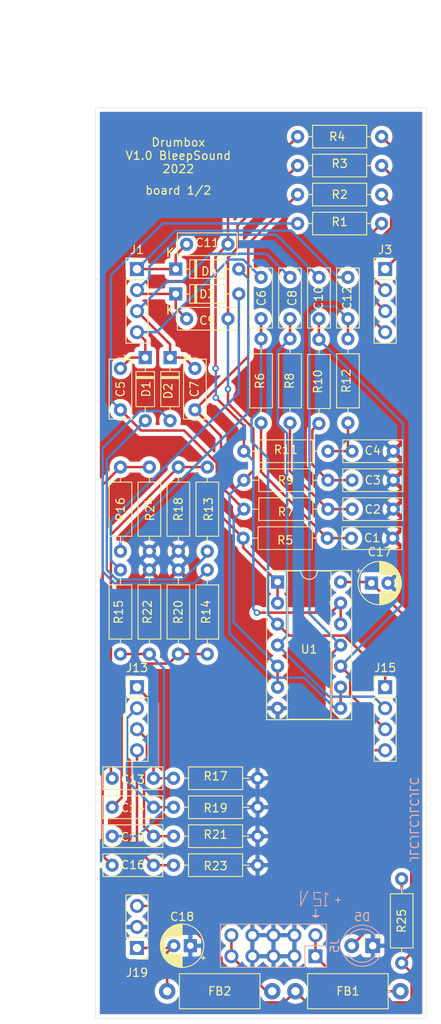
<source format=kicad_pcb>
(kicad_pcb (version 20211014) (generator pcbnew)
  (layers (0 "F.Cu" signal) (31 "B.Cu" signal) (34 "B.Paste" user) (35 "F.Paste" user) (36 "B.SilkS" user "B.Silkscreen") (37 "F.SilkS" user "F.Silkscreen") (38 "B.Mask" user) (39 "F.Mask" user) (44 "Edge.Cuts" user))
  (net 0 "")
  (net 1 "GND")
  (net 2 "Net-(C1-Pad1)")
  (net 3 "Net-(C2-Pad1)")
  (net 4 "Net-(C3-Pad1)")
  (net 5 "Net-(C4-Pad1)")
  (net 6 "Net-(C5-Pad1)")
  (net 7 "O1")
  (net 8 "Net-(C7-Pad1)")
  (net 9 "PIOut2")
  (net 10 "O2")
  (net 11 "Net-(C9-Pad1)")
  (net 12 "PIOut3")
  (net 13 "O3")
  (net 14 "Net-(C11-Pad1)")
  (net 15 "PIOut4")
  (net 16 "O4")
  (net 17 "In1")
  (net 18 "Net-(C13-Pad2)")
  (net 19 "In2")
  (net 20 "Net-(C14-Pad2)")
  (net 21 "In3")
  (net 22 "Net-(C15-Pad2)")
  (net 23 "In4")
  (net 24 "Net-(C16-Pad2)")
  (net 25 "+12V")
  (net 26 "-12V")
  (net 27 "Net-(D1-Pad2)")
  (net 28 "Net-(D2-Pad2)")
  (net 29 "Net-(D3-Pad2)")
  (net 30 "Net-(D4-Pad2)")
  (net 31 "Net-(D5-Pad2)")
  (net 32 "DEIn1")
  (net 33 "DEIn2")
  (net 34 "DEIn3")
  (net 35 "DEIn4")
  (net 36 "Net-(FB1-Pad2)")
  (net 37 "Net-(FB2-Pad2)")
  (net 38 "PIOut1")
  (footprint "Capacitor_THT:C_Disc_D7.0mm_W2.5mm_P5.00mm" (layer "F.Cu") (at 46 56.5 180)
    (fp_text reference "C9" (at 2.5 -0.22) (layer "F.SilkS"))
    (fp_text value "12nF")
    (pad "1" thru_hole circle locked (at 0 0 180) (size 1.6 1.6) (drill 0.8) (layers *.Cu *.Mask) (net 11 "Net-(C9-Pad1)"))
    (pad "2" thru_hole circle locked (at 5 0 180) (size 1.6 1.6) (drill 0.8) (layers *.Cu *.Mask) (net 12 "PIOut3"))
  )
  (footprint "Connector_PinHeader_2.54mm:PinHeader_1x04_P2.54mm_Vertical" (layer "F.Cu") (at 65 50.5)
    (fp_text reference "J3" (at 0 -2.33) (layer "F.SilkS"))
    (fp_text value "Conn_01x04_Male")
    (pad "1" thru_hole rect locked (at 0 0) (size 1.7 1.7) (drill 1) (layers *.Cu *.Mask) (net 35 "DEIn4"))
    (pad "2" thru_hole oval locked (at 0 2.54) (size 1.7 1.7) (drill 1) (layers *.Cu *.Mask) (net 34 "DEIn3"))
    (pad "3" thru_hole oval locked (at 0 5.08) (size 1.7 1.7) (drill 1) (layers *.Cu *.Mask) (net 33 "DEIn2"))
    (pad "4" thru_hole oval locked (at 0 7.62) (size 1.7 1.7) (drill 1) (layers *.Cu *.Mask) (net 32 "DEIn1"))
  )
  (footprint "Resistor_THT:R_Axial_DIN0207_L6.3mm_D2.5mm_P10.16mm_Horizontal" (layer "F.Cu") (at 64.58 41.5 180)
    (fp_text reference "R2" (at 5.08 0) (layer "F.SilkS"))
    (fp_text value "150k")
    (pad "1" thru_hole circle locked (at 0 0 180) (size 1.6 1.6) (drill 0.8) (layers *.Cu *.Mask) (net 33 "DEIn2"))
    (pad "2" thru_hole oval locked (at 10.16 0 180) (size 1.6 1.6) (drill 0.8) (layers *.Cu *.Mask) (net 8 "Net-(C7-Pad1)"))
  )
  (footprint "Resistor_THT:R_Axial_DIN0207_L6.3mm_D2.5mm_P10.16mm_Horizontal" (layer "F.Cu") (at 40 86.84 -90)
    (fp_text reference "R20" (at 5.08 0 -270) (layer "F.SilkS"))
    (fp_text value "47k")
    (pad "1" thru_hole circle locked (at 0 0 270) (size 1.6 1.6) (drill 0.8) (layers *.Cu *.Mask) (net 1 "GND"))
    (pad "2" thru_hole oval locked (at 10.16 0 270) (size 1.6 1.6) (drill 0.8) (layers *.Cu *.Mask) (net 20 "Net-(C14-Pad2)"))
  )
  (footprint "Capacitor_THT:CP_Radial_D5.0mm_P2.00mm" (layer "F.Cu") (at 41.455113 132.225 180)
    (fp_text reference "C18" (at 1 3.5) (layer "F.SilkS"))
    (fp_text value "10µ")
    (pad "1" thru_hole rect locked (at 0 0 180) (size 1.6 1.6) (drill 0.8) (layers *.Cu *.Mask) (net 1 "GND"))
    (pad "2" thru_hole circle locked (at 2 0 180) (size 1.6 1.6) (drill 0.8) (layers *.Cu *.Mask) (net 26 "-12V"))
  )
  (footprint "Resistor_THT:R_Axial_DIN0207_L6.3mm_D2.5mm_P10.16mm_Horizontal" (layer "F.Cu") (at 36.5 84.58 90)
    (fp_text reference "R24" (at 5.08 0.08 90) (layer "F.SilkS"))
    (fp_text value "47k")
    (pad "1" thru_hole circle locked (at 0 0 90) (size 1.6 1.6) (drill 0.8) (layers *.Cu *.Mask) (net 1 "GND"))
    (pad "2" thru_hole oval locked (at 10.16 0 90) (size 1.6 1.6) (drill 0.8) (layers *.Cu *.Mask) (net 24 "Net-(C16-Pad2)"))
  )
  (footprint "Resistor_THT:R_Axial_DIN0207_L6.3mm_D2.5mm_P10.16mm_Horizontal" (layer "F.Cu") (at 67 134.305 90)
    (fp_text reference "R25" (at 5.08 0 90) (layer "F.SilkS"))
    (fp_text value "2.2k")
    (pad "1" thru_hole circle locked (at 0 0 90) (size 1.6 1.6) (drill 0.8) (layers *.Cu *.Mask) (net 25 "+12V"))
    (pad "2" thru_hole oval locked (at 10.16 0 90) (size 1.6 1.6) (drill 0.8) (layers *.Cu *.Mask) (net 31 "Net-(D5-Pad2)"))
  )
  (footprint "Capacitor_THT:CP_Radial_D5.0mm_P2.00mm" (layer "F.Cu") (at 63.344888 88.425)
    (fp_text reference "C17" (at 1 -3.75) (layer "F.SilkS"))
    (fp_text value "10µ")
    (pad "1" thru_hole rect locked (at 0 0) (size 1.6 1.6) (drill 0.8) (layers *.Cu *.Mask) (net 25 "+12V"))
    (pad "2" thru_hole circle locked (at 2 0) (size 1.6 1.6) (drill 0.8) (layers *.Cu *.Mask) (net 1 "GND"))
  )
  (footprint "Resistor_THT:R_Axial_DIN0207_L6.3mm_D2.5mm_P10.16mm_Horizontal" (layer "F.Cu") (at 58 83 180)
    (fp_text reference "R5" (at 5.08 -0.25) (layer "F.SilkS"))
    (fp_text value "68k")
    (pad "1" thru_hole circle locked (at 0 0 180) (size 1.6 1.6) (drill 0.8) (layers *.Cu *.Mask) (net 2 "Net-(C1-Pad1)"))
    (pad "2" thru_hole oval locked (at 10.16 0 180) (size 1.6 1.6) (drill 0.8) (layers *.Cu *.Mask) (net 6 "Net-(C5-Pad1)"))
  )
  (footprint "Inductor_THT:L_Axial_L9.5mm_D4.0mm_P12.70mm_Horizontal_Fastron_SMCC" (layer "F.Cu") (at 54.15 137.725)
    (fp_text reference "FB1" (at 6.35 0) (layer "F.SilkS"))
    (fp_text value "10R")
    (pad "1" thru_hole circle locked (at 0 0) (size 2 2) (drill 1) (layers *.Cu *.Mask) (net 25 "+12V"))
    (pad "2" thru_hole oval locked (at 12.7 0) (size 2 2) (drill 1) (layers *.Cu *.Mask) (net 36 "Net-(FB1-Pad2)"))
  )
  (footprint "Capacitor_THT:C_Disc_D7.0mm_W2.5mm_P5.00mm" (layer "F.Cu") (at 61 72.5)
    (fp_text reference "C4" (at 2.5 -0.07) (layer "F.SilkS"))
    (fp_text value "56nF")
    (pad "1" thru_hole circle locked (at 0 0) (size 1.6 1.6) (drill 0.8) (layers *.Cu *.Mask) (net 5 "Net-(C4-Pad1)"))
    (pad "2" thru_hole circle locked (at 5 0) (size 1.6 1.6) (drill 0.8) (layers *.Cu *.Mask) (net 1 "GND"))
  )
  (footprint "Resistor_THT:R_Axial_DIN0207_L6.3mm_D2.5mm_P10.16mm_Horizontal" (layer "F.Cu") (at 53.5 58.92 -90)
    (fp_text reference "R8" (at 5.08 0.05 90) (layer "F.SilkS"))
    (fp_text value "68k")
    (pad "1" thru_hole circle locked (at 0 0 270) (size 1.6 1.6) (drill 0.8) (layers *.Cu *.Mask) (net 10 "O2"))
    (pad "2" thru_hole oval locked (at 10.16 0 270) (size 1.6 1.6) (drill 0.8) (layers *.Cu *.Mask) (net 3 "Net-(C2-Pad1)"))
  )
  (footprint "Connector_PinHeader_2.54mm:PinHeader_1x03_P2.54mm_Vertical" (layer "F.Cu") (at 35 132.5 180)
    (fp_text reference "J19" (at 0 -2.975) (layer "F.SilkS"))
    (fp_text value "Conn_01x03_Male")
    (pad "1" thru_hole rect locked (at 0 0 180) (size 1.7 1.7) (drill 1) (layers *.Cu *.Mask) (net 26 "-12V"))
    (pad "2" thru_hole oval locked (at 0 2.54 180) (size 1.7 1.7) (drill 1) (layers *.Cu *.Mask) (net 1 "GND"))
    (pad "3" thru_hole oval locked (at 0 5.08 180) (size 1.7 1.7) (drill 1) (layers *.Cu *.Mask) (net 25 "+12V"))
  )
  (footprint "Diode_THT:D_DO-35_SOD27_P7.62mm_Horizontal" (layer "F.Cu") (at 39.69 50.5)
    (fp_text reference "D4" (at 4.04 0.28) (layer "F.SilkS"))
    (fp_text value "1N4148")
    (fp_text user "K" (at -0.69 -2) (layer "F.SilkS"))
    (pad "1" thru_hole rect locked (at 0 0) (size 1.6 1.6) (drill 0.8) (layers *.Cu *.Mask) (net 15 "PIOut4"))
    (pad "2" thru_hole oval locked (at 7.62 0) (size 1.6 1.6) (drill 0.8) (layers *.Cu *.Mask) (net 30 "Net-(D4-Pad2)"))
  )
  (footprint "Resistor_THT:R_Axial_DIN0207_L6.3mm_D2.5mm_P10.16mm_Horizontal" (layer "F.Cu") (at 58.08 79.5 180)
    (fp_text reference "R7" (at 5.08 -0.32) (layer "F.SilkS"))
    (fp_text value "68k")
    (pad "1" thru_hole circle locked (at 0 0 180) (size 1.6 1.6) (drill 0.8) (layers *.Cu *.Mask) (net 3 "Net-(C2-Pad1)"))
    (pad "2" thru_hole oval locked (at 10.16 0 180) (size 1.6 1.6) (drill 0.8) (layers *.Cu *.Mask) (net 8 "Net-(C7-Pad1)"))
  )
  (footprint "Capacitor_THT:C_Disc_D7.0mm_W2.5mm_P5.00mm" (layer "F.Cu") (at 50 51.5 -90)
    (fp_text reference "C6" (at 2.5 -0.05 90) (layer "F.SilkS"))
    (fp_text value "47nF")
    (pad "1" thru_hole circle locked (at 0 0 270) (size 1.6 1.6) (drill 0.8) (layers *.Cu *.Mask) (net 38 "PIOut1"))
    (pad "2" thru_hole circle locked (at 5 0 270) (size 1.6 1.6) (drill 0.8) (layers *.Cu *.Mask) (net 7 "O1"))
  )
  (footprint "Capacitor_THT:C_Disc_D7.0mm_W2.5mm_P5.00mm" (layer "F.Cu") (at 37 112 180)
    (fp_text reference "C13" (at 2.5 -0.15) (layer "F.SilkS"))
    (fp_text value "150nF")
    (pad "1" thru_hole circle locked (at 0 0 180) (size 1.6 1.6) (drill 0.8) (layers *.Cu *.Mask) (net 17 "In1"))
    (pad "2" thru_hole circle locked (at 5 0 180) (size 1.6 1.6) (drill 0.8) (layers *.Cu *.Mask) (net 18 "Net-(C13-Pad2)"))
  )
  (footprint "Resistor_THT:R_Axial_DIN0207_L6.3mm_D2.5mm_P10.16mm_Horizontal" (layer "F.Cu") (at 64.58 38 180)
    (fp_text reference "R3" (at 5.08 0.23) (layer "F.SilkS"))
    (fp_text value "150k")
    (pad "1" thru_hole circle locked (at 0 0 180) (size 1.6 1.6) (drill 0.8) (layers *.Cu *.Mask) (net 34 "DEIn3"))
    (pad "2" thru_hole oval locked (at 10.16 0 180) (size 1.6 1.6) (drill 0.8) (layers *.Cu *.Mask) (net 11 "Net-(C9-Pad1)"))
  )
  (footprint "Resistor_THT:R_Axial_DIN0207_L6.3mm_D2.5mm_P10.16mm_Horizontal" (layer "F.Cu") (at 50 58.92 -90)
    (fp_text reference "R6" (at 5.08 0.15 90) (layer "F.SilkS"))
    (fp_text value "68k")
    (pad "1" thru_hole circle locked (at 0 0 270) (size 1.6 1.6) (drill 0.8) (layers *.Cu *.Mask) (net 7 "O1"))
    (pad "2" thru_hole oval locked (at 10.16 0 270) (size 1.6 1.6) (drill 0.8) (layers *.Cu *.Mask) (net 2 "Net-(C1-Pad1)"))
  )
  (footprint "Resistor_THT:R_Axial_DIN0207_L6.3mm_D2.5mm_P10.16mm_Horizontal" (layer "F.Cu") (at 43.5 74.42 -90)
    (fp_text reference "R13" (at 5.08 -0.15 90) (layer "F.SilkS"))
    (fp_text value "27k")
    (pad "1" thru_hole circle locked (at 0 0 270) (size 1.6 1.6) (drill 0.8) (layers *.Cu *.Mask) (net 18 "Net-(C13-Pad2)"))
    (pad "2" thru_hole oval locked (at 10.16 0 270) (size 1.6 1.6) (drill 0.8) (layers *.Cu *.Mask) (net 27 "Net-(D1-Pad2)"))
  )
  (footprint "Inductor_THT:L_Axial_L9.5mm_D4.0mm_P12.70mm_Horizontal_Fastron_SMCC" (layer "F.Cu") (at 38.65 137.725)
    (fp_text reference "FB2" (at 6.35 0) (layer "F.SilkS"))
    (fp_text value "10R")
    (pad "1" thru_hole circle locked (at 0 0) (size 2 2) (drill 1) (layers *.Cu *.Mask) (net 26 "-12V"))
    (pad "2" thru_hole oval locked (at 12.7 0) (size 2 2) (drill 1) (layers *.Cu *.Mask) (net 37 "Net-(FB2-Pad2)"))
  )
  (footprint "Capacitor_THT:C_Disc_D7.0mm_W2.5mm_P5.00mm" (layer "F.Cu") (at 60.5 51.5 -90)
    (fp_text reference "C12" (at 2.5 0.1 90) (layer "F.SilkS"))
    (fp_text value "1.5nF")
    (pad "1" thru_hole circle locked (at 0 0 270) (size 1.6 1.6) (drill 0.8) (layers *.Cu *.Mask) (net 15 "PIOut4"))
    (pad "2" thru_hole circle locked (at 5 0 270) (size 1.6 1.6) (drill 0.8) (layers *.Cu *.Mask) (net 16 "O4"))
  )
  (footprint "Diode_THT:D_DO-35_SOD27_P7.62mm_Horizontal" (layer "F.Cu") (at 39 61.19 -90)
    (fp_text reference "D2" (at 4.04 0.23 90) (layer "F.SilkS"))
    (fp_text value "1N4148")
    (fp_text user "K" (at 0 5 90) (layer "F.SilkS"))
    (pad "1" thru_hole rect locked (at 0 0 270) (size 1.6 1.6) (drill 0.8) (layers *.Cu *.Mask) (net 9 "PIOut2"))
    (pad "2" thru_hole oval locked (at 7.62 0 270) (size 1.6 1.6) (drill 0.8) (layers *.Cu *.Mask) (net 28 "Net-(D2-Pad2)"))
  )
  (footprint "Capacitor_THT:C_Disc_D7.0mm_W2.5mm_P5.00mm" (layer "F.Cu") (at 61 76)
    (fp_text reference "C3" (at 2.5 0) (layer "F.SilkS"))
    (fp_text value "39nF")
    (pad "1" thru_hole circle locked (at 0 0) (size 1.6 1.6) (drill 0.8) (layers *.Cu *.Mask) (net 4 "Net-(C3-Pad1)"))
    (pad "2" thru_hole circle locked (at 5 0) (size 1.6 1.6) (drill 0.8) (layers *.Cu *.Mask) (net 1 "GND"))
  )
  (footprint "Resistor_THT:R_Axial_DIN0207_L6.3mm_D2.5mm_P10.16mm_Horizontal" (layer "F.Cu") (at 60.5 58.92 -90)
    (fp_text reference "R12" (at 5.08 0.2 90) (layer "F.SilkS"))
    (fp_text value "68k")
    (pad "1" thru_hole circle locked (at 0 0 270) (size 1.6 1.6) (drill 0.8) (layers *.Cu *.Mask) (net 16 "O4"))
    (pad "2" thru_hole oval locked (at 10.16 0 270) (size 1.6 1.6) (drill 0.8) (layers *.Cu *.Mask) (net 5 "Net-(C4-Pad1)"))
  )
  (footprint "Resistor_THT:R_Axial_DIN0207_L6.3mm_D2.5mm_P10.16mm_Horizontal" (layer "F.Cu") (at 58.08 72.5 180)
    (fp_text reference "R11" (at 5.08 0.18) (layer "F.SilkS"))
    (fp_text value "68k")
    (pad "1" thru_hole circle locked (at 0 0 180) (size 1.6 1.6) (drill 0.8) (layers *.Cu *.Mask) (net 5 "Net-(C4-Pad1)"))
    (pad "2" thru_hole oval locked (at 10.16 0 180) (size 1.6 1.6) (drill 0.8) (layers *.Cu *.Mask) (net 14 "Net-(C11-Pad1)"))
  )
  (footprint "Connector_PinHeader_2.54mm:PinHeader_1x04_P2.54mm_Vertical" (layer "F.Cu") (at 35 101)
    (fp_text reference "J13" (at 0 -2.33) (layer "F.SilkS"))
    (fp_text value "Conn_01x04_Male")
    (pad "1" thru_hole rect locked (at 0 0) (size 1.7 1.7) (drill 1) (layers *.Cu *.Mask) (net 17 "In1"))
    (pad "2" thru_hole oval locked (at 0 2.54) (size 1.7 1.7) (drill 1) (layers *.Cu *.Mask) (net 19 "In2"))
    (pad "3" thru_hole oval locked (at 0 5.08) (size 1.7 1.7) (drill 1) (layers *.Cu *.Mask) (net 21 "In3"))
    (pad "4" thru_hole oval locked (at 0 7.62) (size 1.7 1.7) (drill 1) (layers *.Cu *.Mask) (net 23 "In4"))
  )
  (footprint "Capacitor_THT:C_Disc_D7.0mm_W2.5mm_P5.00mm" (layer "F.Cu") (at 53.5 51.5 -90)
    (fp_text reference "C8" (at 2.5 -0.27 90) (layer "F.SilkS"))
    (fp_text value "10nF")
    (pad "1" thru_hole circle locked (at 0 0 270) (size 1.6 1.6) (drill 0.8) (layers *.Cu *.Mask) (net 9 "PIOut2"))
    (pad "2" thru_hole circle locked (at 5 0 270) (size 1.6 1.6) (drill 0.8) (layers *.Cu *.Mask) (net 10 "O2"))
  )
  (footprint "Capacitor_THT:C_Disc_D7.0mm_W2.5mm_P5.00mm" (layer "F.Cu") (at 60.92 83)
    (fp_text reference "C1" (at 2.5 -0.02) (layer "F.SilkS"))
    (fp_text value "150nF")
    (pad "1" thru_hole circle locked (at 0 0) (size 1.6 1.6) (drill 0.8) (layers *.Cu *.Mask) (net 2 "Net-(C1-Pad1)"))
    (pad "2" thru_hole circle locked (at 5 0) (size 1.6 1.6) (drill 0.8) (layers *.Cu *.Mask) (net 1 "GND"))
  )
  (footprint "Connector_PinHeader_2.54mm:PinHeader_1x04_P2.54mm_Vertical" (layer "F.Cu") (at 65 101)
    (fp_text reference "J15" (at 0 -2.33) (layer "F.SilkS"))
    (fp_text value "Conn_01x04_Male")
    (pad "1" thru_hole rect locked (at 0 0) (size 1.7 1.7) (drill 1) (layers *.Cu *.Mask) (net 7 "O1"))
    (pad "2" thru_hole oval locked (at 0 2.54) (size 1.7 1.7) (drill 1) (layers *.Cu *.Mask) (net 10 "O2"))
    (pad "3" thru_hole oval locked (at 0 5.08) (size 1.7 1.7) (drill 1) (layers *.Cu *.Mask) (net 13 "O3"))
    (pad "4" thru_hole oval locked (at 0 7.62) (size 1.7 1.7) (drill 1) (layers *.Cu *.Mask) (net 16 "O4"))
  )
  (footprint "Resistor_THT:R_Axial_DIN0207_L6.3mm_D2.5mm_P10.16mm_Horizontal" (layer "F.Cu") (at 39.42 119)
    (fp_text reference "R21" (at 5.08 -0.2) (layer "F.SilkS"))
    (fp_text value "12k")
    (pad "1" thru_hole circle locked (at 0 0) (size 1.6 1.6) (drill 0.8) (layers *.Cu *.Mask) (net 21 "In3"))
    (pad "2" thru_hole oval locked (at 10.16 0) (size 1.6 1.6) (drill 0.8) (layers *.Cu *.Mask) (net 1 "GND"))
  )
  (footprint "Resistor_THT:R_Axial_DIN0207_L6.3mm_D2.5mm_P10.16mm_Horizontal" (layer "F.Cu") (at 43.5 97 90)
    (fp_text reference "R14" (at 5.08 -0.15 90) (layer "F.SilkS"))
    (fp_text value "27k")
    (pad "1" thru_hole circle locked (at 0 0 90) (size 1.6 1.6) (drill 0.8) (layers *.Cu *.Mask) (net 20 "Net-(C14-Pad2)"))
    (pad "2" thru_hole oval locked (at 10.16 0 90) (size 1.6 1.6) (drill 0.8) (layers *.Cu *.Mask) (net 28 "Net-(D2-Pad2)"))
  )
  (footprint "Capacitor_THT:C_Disc_D7.0mm_W2.5mm_P5.00mm" (layer "F.Cu") (at 57 51.5 -90)
    (fp_text reference "C10" (at 2.5 0.05 90) (layer "F.SilkS"))
    (fp_text value "12nF")
    (pad "1" thru_hole circle locked (at 0 0 270) (size 1.6 1.6) (drill 0.8) (layers *.Cu *.Mask) (net 12 "PIOut3"))
    (pad "2" thru_hole circle locked (at 5 0 270) (size 1.6 1.6) (drill 0.8) (layers *.Cu *.Mask) (net 13 "O3"))
  )
  (footprint "Connector_PinHeader_2.54mm:PinHeader_1x04_P2.54mm_Vertical" (layer "F.Cu") (at 35 50.5)
    (fp_text reference "J1" (at 0 -2.33) (layer "F.SilkS"))
    (fp_text value "Conn_01x04_Male")
    (pad "1" thru_hole rect locked (at 0 0) (size 1.7 1.7) (drill 1) (layers *.Cu *.Mask) (net 15 "PIOut4"))
    (pad "2" thru_hole oval locked (at 0 2.54) (size 1.7 1.7) (drill 1) (layers *.Cu *.Mask) (net 12 "PIOut3"))
    (pad "3" thru_hole oval locked (at 0 5.08) (size 1.7 1.7) (drill 1) (layers *.Cu *.Mask) (net 9 "PIOut2"))
    (pad "4" thru_hole oval locked (at 0 7.62) (size 1.7 1.7) (drill 1) (layers *.Cu *.Mask) (net 38 "PIOut1"))
  )
  (footprint "Resistor_THT:R_Axial_DIN0207_L6.3mm_D2.5mm_P10.16mm_Horizontal" (layer "F.Cu") (at 39.42 115.5)
    (fp_text reference "R19" (at 5.08 0.1) (layer "F.SilkS"))
    (fp_text value "12k")
    (pad "1" thru_hole circle locked (at 0 0) (size 1.6 1.6) (drill 0.8) (layers *.Cu *.Mask) (net 19 "In2"))
    (pad "2" thru_hole oval locked (at 10.16 0) (size 1.6 1.6) (drill 0.8) (layers *.Cu *.Mask) (net 1 "GND"))
  )
  (footprint "Capacitor_THT:C_Disc_D7.0mm_W2.5mm_P5.00mm" (layer "F.Cu") (at 37 119 180)
    (fp_text reference "C15" (at 2.5 -0.1) (layer "F.SilkS"))
    (fp_text value "39nF")
    (pad "1" thru_hole circle locked (at 0 0 180) (size 1.6 1.6) (drill 0.8) (layers *.Cu *.Mask) (net 21 "In3"))
    (pad "2" thru_hole circle locked (at 5 0 180) (size 1.6 1.6) (drill 0.8) (layers *.Cu *.Mask) (net 22 "Net-(C15-Pad2)"))
  )
  (footprint "Resistor_THT:R_Axial_DIN0207_L6.3mm_D2.5mm_P10.16mm_Horizontal" (layer "F.Cu") (at 58.08 76 180)
    (fp_text reference "R9" (at 5.08 0) (layer "F.SilkS"))
    (fp_text value "68k")
    (pad "1" thru_hole circle locked (at 0 0 180) (size 1.6 1.6) (drill 0.8) (layers *.Cu *.Mask) (net 4 "Net-(C3-Pad1)"))
    (pad "2" thru_hole oval locked (at 10.16 0 180) (size 1.6 1.6) (drill 0.8) (layers *.Cu *.Mask) (net 11 "Net-(C9-Pad1)"))
  )
  (footprint "Resistor_THT:R_Axial_DIN0207_L6.3mm_D2.5mm_P10.16mm_Horizontal" (layer "F.Cu") (at 57 59 -90)
    (fp_text reference "R10" (at 5.08 0.13 90) (layer "F.SilkS"))
    (fp_text value "68k")
    (pad "1" thru_hole circle locked (at 0 0 270) (size 1.6 1.6) (drill 0.8) (layers *.Cu *.Mask) (net 13 "O3"))
    (pad "2" thru_hole oval locked (at 10.16 0 270) (size 1.6 1.6) (drill 0.8) (layers *.Cu *.Mask) (net 4 "Net-(C3-Pad1)"))
  )
  (footprint "Diode_THT:D_DO-35_SOD27_P7.62mm_Horizontal" (layer "F.Cu") (at 36 61.19 -90)
    (fp_text reference "D1" (at 3.81 -0.1 90) (layer "F.SilkS"))
    (fp_text value "1N4148")
    (fp_text user "K" (at 0 -5 90) (layer "F.SilkS"))
    (pad "1" thru_hole rect locked (at 0 0 270) (size 1.6 1.6) (drill 0.8) (layers *.Cu *.Mask) (net 38 "PIOut1"))
    (pad "2" thru_hole oval locked (at 7.62 0 270) (size 1.6 1.6) (drill 0.8) (layers *.Cu *.Mask) (net 27 "Net-(D1-Pad2)"))
  )
  (footprint "Capacitor_THT:C_Disc_D7.0mm_W2.5mm_P5.00mm" (layer "F.Cu") (at 33 67.5 90)
    (fp_text reference "C5" (at 2.5 0 90) (layer "F.SilkS"))
    (fp_text value "47nF")
    (pad "1" thru_hole circle locked (at 0 0 90) (size 1.6 1.6) (drill 0.8) (layers *.Cu *.Mask) (net 6 "Net-(C5-Pad1)"))
    (pad "2" thru_hole circle locked (at 5 0 90) (size 1.6 1.6) (drill 0.8) (layers *.Cu *.Mask) (net 38 "PIOut1"))
  )
  (footprint "Capacitor_THT:C_Disc_D7.0mm_W2.5mm_P5.00mm" (layer "F.Cu") (at 46 47.5 180)
    (fp_text reference "C11" (at 2.5 0.18) (layer "F.SilkS"))
    (fp_text value "1.5nF")
    (pad "1" thru_hole circle locked (at 0 0 180) (size 1.6 1.6) (drill 0.8) (layers *.Cu *.Mask) (net 14 "Net-(C11-Pad1)"))
    (pad "2" thru_hole circle locked (at 5 0 180) (size 1.6 1.6) (drill 0.8) (layers *.Cu *.Mask) (net 15 "PIOut4"))
  )
  (footprint "Resistor_THT:R_Axial_DIN0207_L6.3mm_D2.5mm_P10.16mm_Horizontal" (layer "F.Cu") (at 40 84.58 90)
    (fp_text reference "R18" (at 5.08 0 90) (layer "F.SilkS"))
    (fp_text value "47k")
    (pad "1" thru_hole circle locked (at 0 0 90) (size 1.6 1.6) (drill 0.8) (layers *.Cu *.Mask) (net 1 "GND"))
    (pad "2" thru_hole oval locked (at 10.16 0 90) (size 1.6 1.6) (drill 0.8) (layers *.Cu *.Mask) (net 18 "Net-(C13-Pad2)"))
  )
  (footprint "Resistor_THT:R_Axial_DIN0207_L6.3mm_D2.5mm_P10.16mm_Horizontal" (layer "F.Cu") (at 36.5 86.84 -90)
    (fp_text reference "R22" (at 5.08 0.23 -270) (layer "F.SilkS"))
    (fp_text value "47k")
    (pad "1" thru_hole circle locked (at 0 0 270) (size 1.6 1.6) (drill 0.8) (layers *.Cu *.Mask) (net 1 "GND"))
    (pad "2" thru_hole oval locked (at 10.16 0 270) (size 1.6 1.6) (drill 0.8) (layers *.Cu *.Mask) (net 22 "Net-(C15-Pad2)"))
  )
  (footprint "Package_DIP:DIP-14_W7.62mm_Socket" (layer "F.Cu") (at 52 88.3)
    (fp_text reference "U1" (at 3.81 8.125) (layer "F.SilkS"))
    (fp_text value "4011")
    (pad "1" thru_hole rect locked (at 0 0) (size 1.6 1.6) (drill 0.8) (layers *.Cu *.Mask) (net 6 "Net-(C5-Pad1)"))
    (pad "2" thru_hole oval locked (at 0 2.54) (size 1.6 1.6) (drill 0.8) (layers *.Cu *.Mask) (net 6 "Net-(C5-Pad1)"))
    (pad "3" thru_hole oval locked (at 0 5.08) (size 1.6 1.6) (drill 0.8) (layers *.Cu *.Mask) (net 7 "O1"))
    (pad "4" thru_hole oval locked (at 0 7.62) (size 1.6 1.6) (drill 0.8) (layers *.Cu *.Mask) (net 10 "O2"))
    (pad "5" thru_hole oval locked (at 0 10.16) (size 1.6 1.6) (drill 0.8) (layers *.Cu *.Mask) (net 8 "Net-(C7-Pad1)"))
    (pad "6" thru_hole oval locked (at 0 12.7) (size 1.6 1.6) (drill 0.8) (layers *.Cu *.Mask) (net 8 "Net-(C7-Pad1)"))
    (pad "7" thru_hole oval locked (at 0 15.24) (size 1.6 1.6) (drill 0.8) (layers *.Cu *.Mask) (net 1 "GND"))
    (pad "8" thru_hole oval locked (at 7.62 15.24) (size 1.6 1.6) (drill 0.8) (layers *.Cu *.Mask) (net 11 "Net-(C9-Pad1)"))
    (pad "9" thru_hole oval locked (at 7.62 12.7) (size 1.6 1.6) (drill 0.8) (layers *.Cu *.Mask) (net 11 "Net-(C9-Pad1)"))
    (pad "10" thru_hole oval locked (at 7.62 10.16) (size 1.6 1.6) (drill 0.8) (layers *.Cu *.Mask) (net 13 "O3"))
    (pad "11" thru_hole oval locked (at 7.62 7.62) (size 1.6 1.6) (drill 0.8) (layers *.Cu *.Mask) (net 16 "O4"))
    (pad "12" thru_hole oval locked (at 7.62 5.08) (size 1.6 1.6) (drill 0.8) (layers *.Cu *.Mask) (net 14 "Net-(C11-Pad1)"))
    (pad "13" thru_hole oval locked (at 7.62 2.54) (size 1.6 1.6) (drill 0.8) (layers *.Cu *.Mask) (net 14 "Net-(C11-Pad1)"))
    (pad "14" thru_hole oval locked (at 7.62 0) (size 1.6 1.6) (drill 0.8) (layers *.Cu *.Mask) (net 25 "+12V"))
  )
  (footprint "Capacitor_THT:C_Disc_D7.0mm_W2.5mm_P5.00mm" (layer "F.Cu") (at 42 67.5 90)
    (fp_text reference "C7" (at 2.5 -0.05 90) (layer "F.SilkS"))
    (fp_text value "10nF")
    (pad "1" thru_hole circle locked (at 0 0 90) (size 1.6 1.6) (drill 0.8) (layers *.Cu *.Mask) (net 8 "Net-(C7-Pad1)"))
    (pad "2" thru_hole circle locked (at 5 0 90) (size 1.6 1.6) (drill 0.8) (layers *.Cu *.Mask) (net 9 "PIOut2"))
  )
  (footprint "Resistor_THT:R_Axial_DIN0207_L6.3mm_D2.5mm_P10.16mm_Horizontal" (layer "F.Cu") (at 64.58 45 180)
    (fp_text reference "R1" (at 5.08 0.2) (layer "F.SilkS"))
    (fp_text value "150k")
    (pad "1" thru_hole circle locked (at 0 0 180) (size 1.6 1.6) (drill 0.8) (layers *.Cu *.Mask) (net 32 "DEIn1"))
    (pad "2" thru_hole oval locked (at 10.16 0 180) (size 1.6 1.6) (drill 0.8) (layers *.Cu *.Mask) (net 6 "Net-(C5-Pad1)"))
  )
  (footprint "Resistor_THT:R_Axial_DIN0207_L6.3mm_D2.5mm_P10.16mm_Horizontal" (layer "F.Cu") (at 33 97 90)
    (fp_text reference "R15" (at 5.08 -0.22 90) (layer "F.SilkS"))
    (fp_text value "27k")
    (pad "1" thru_hole circle locked (at 0 0 90) (size 1.6 1.6) (drill 0.8) (layers *.Cu *.Mask) (net 22 "Net-(C15-Pad2)"))
    (pad "2" thru_hole oval locked (at 10.16 0 90) (size 1.6 1.6) (drill 0.8) (layers *.Cu *.Mask) (net 29 "Net-(D3-Pad2)"))
  )
  (footprint "Capacitor_THT:C_Disc_D7.0mm_W2.5mm_P5.00mm" (layer "F.Cu") (at 37 115.5 180)
    (fp_text reference "C14" (at 2.5 -0.07) (layer "F.SilkS"))
    (fp_text value "33nF")
    (pad "1" thru_hole circle locked (at 0 0 180) (size 1.6 1.6) (drill 0.8) (layers *.Cu *.Mask) (net 19 "In2"))
    (pad "2" thru_hole circle locked (at 5 0 180) (size 1.6 1.6) (drill 0.8) (layers *.Cu *.Mask) (net 20 "Net-(C14-Pad2)"))
  )
  (footprint "Capacitor_THT:C_Disc_D7.0mm_W2.5mm_P5.00mm" (layer "F.Cu") (at 61 79.5)
    (fp_text reference "C2" (at 2.5 0.03) (layer "F.SilkS"))
    (fp_text value "33nF")
    (pad "1" thru_hole circle locked (at 0 0) (size 1.6 1.6) (drill 0.8) (layers *.Cu *.Mask) (net 3 "Net-(C2-Pad1)"))
    (pad "2" thru_hole circle locked (at 5 0) (size 1.6 1.6) (drill 0.8) (layers *.Cu *.Mask) (net 1 "GND"))
  )
  (footprint "Resistor_THT:R_Axial_DIN0207_L6.3mm_D2.5mm_P10.16mm_Horizontal" (layer "F.Cu") (at 39.42 122.5)
    (fp_text reference "R23" (at 5.08 0.1) (layer "F.SilkS"))
    (fp_text value "12k")
    (pad "1" thru_hole circle locked (at 0 0) (size 1.6 1.6) (drill 0.8) (layers *.Cu *.Mask) (net 23 "In4"))
    (pad "2" thru_hole oval locked (at 10.16 0) (size 1.6 1.6) (drill 0.8) (layers *.Cu *.Mask) (net 1 "GND"))
  )
  (footprint "Resistor_THT:R_Axial_DIN0207_L6.3mm_D2.5mm_P10.16mm_Horizontal" (layer "F.Cu") (at 39.42 112)
    (fp_text reference "R17" (at 5.08 -0.25) (layer "F.SilkS"))
    (fp_text value "12k")
    (pad "1" thru_hole circle locked (at 0 0) (size 1.6 1.6) (drill 0.8) (layers *.Cu *.Mask) (net 17 "In1"))
    (pad "2" thru_hole oval locked (at 10.16 0) (size 1.6 1.6) (drill 0.8) (layers *.Cu *.Mask) (net 1 "GND"))
  )
  (footprint "Capacitor_THT:C_Disc_D7.0mm_W2.5mm_P5.00mm" (layer "F.Cu") (at 37 122.5 180)
    (fp_text reference "C16" (at 2.5 0.03) (layer "F.SilkS"))
    (fp_text value "4.7nF")
    (pad "1" thru_hole circle locked (at 0 0 180) (size 1.6 1.6) (drill 0.8) (layers *.Cu *.Mask) (net 23 "In4"))
    (pad "2" thru_hole circle locked (at 5 0 180) (size 1.6 1.6) (drill 0.8) (layers *.Cu *.Mask) (net 24 "Net-(C16-Pad2)"))
  )
  (footprint "Resistor_THT:R_Axial_DIN0207_L6.3mm_D2.5mm_P10.16mm_Horizontal" (layer "F.Cu") (at 64.58 34.5 180)
    (fp_text reference "R4" (at 5.38 0) (layer "F.SilkS"))
    (fp_text value "150k")
    (pad "1" thru_hole circle locked (at 0 0 180) (size 1.6 1.6) (drill 0.8) (layers *.Cu *.Mask) (net 35 "DEIn4"))
    (pad "2" thru_hole oval locked (at 10.16 0 180) (size 1.6 1.6) (drill 0.8) (layers *.Cu *.Mask) (net 14 "Net-(C11-Pad1)"))
  )
  (footprint "Diode_THT:D_DO-35_SOD27_P7.62mm_Horizontal" (layer "F.Cu") (at 39.69 53.5)
    (fp_text reference "D3" (at 3.81 0.03) (layer "F.SilkS"))
    (fp_text value "1N4148")
    (fp_text user "K" (at -0.69 2) (layer "F.SilkS"))
    (pad "1" thru_hole rect locked (at 0 0) (size 1.6 1.6) (drill 0.8) (layers *.Cu *.Mask) (net 12 "PIOut3"))
    (pad "2" thru_hole oval locked (at 7.62 0) (size 1.6 1.6) (drill 0.8) (layers *.Cu *.Mask) (net 29 "Net-(D3-Pad2)"))
  )
  (footprint "Resistor_THT:R_Axial_DIN0207_L6.3mm_D2.5mm_P10.16mm_Horizontal" (layer "F.Cu") (at 33 74.42 -90)
    (fp_text reference "R16" (at 5.08 0 90) (layer "F.SilkS"))
    (fp_text value "27k")
    (pad "1" thru_hole circle locked (at 0 0 270) (size 1.6 1.6) (drill 0.8) (layers *.Cu *.Mask) (net 24 "Net-(C16-Pad2)"))
    (pad "2" thru_hole oval locked (at 10.16 0 270) (size 1.6 1.6) (drill 0.8) (layers *.Cu *.Mask) (net 30 "Net-(D4-Pad2)"))
  )
  (footprint "LED_THT:LED_D4.0mm" (layer "B.Cu") (at 63.5 132.225 180)
    (fp_text reference "D5" (at 1.27 3.46) (layer "B.SilkS") (effects (justify mirror)))
    (fp_text value "LED-12V")
    (pad "1" thru_hole rect locked (at 0 0 180) (size 1.8 1.8) (drill 0.9) (layers *.Cu *.Mask) (net 1 "GND"))
    (pad "2" thru_hole circle locked (at 2.54 0 180) (size 1.8 1.8) (drill 0.9) (layers *.Cu *.Mask) (net 31 "Net-(D5-Pad2)"))
  )
  (footprint "Connector_PinHeader_2.54mm:PinHeader_2x05_P2.54mm_Vertical" (layer "B.Cu") (at 56.575 133.5 90)
    (fp_text reference "J5" (at 1.27 2.33 90) (layer "B.SilkS") (effects (justify mirror)))
    (fp_text value "Power Input")
    (pad "1" thru_hole rect locked (at 0 0 90) (size 1.7 1.7) (drill 1) (layers *.Cu *.Mask) (net 36 "Net-(FB1-Pad2)"))
    (pad "2" thru_hole oval locked (at 2.54 0 90) (size 1.7 1.7) (drill 1) (layers *.Cu *.Mask) (net 36 "Net-(FB1-Pad2)"))
    (pad "3" thru_hole oval locked (at 0 -2.54 90) (size 1.7 1.7) (drill 1) (layers *.Cu *.Mask) (net 1 "GND"))
    (pad "4" thru_hole oval locked (at 2.54 -2.54 90) (size 1.7 1.7) (drill 1) (layers *.Cu *.Mask) (net 1 "GND"))
    (pad "5" thru_hole oval locked (at 0 -5.08 90) (size 1.7 1.7) (drill 1) (layers *.Cu *.Mask) (net 1 "GND"))
    (pad "6" thru_hole oval locked (at 2.54 -5.08 90) (size 1.7 1.7) (drill 1) (layers *.Cu *.Mask) (net 1 "GND"))
    (pad "7" thru_hole oval locked (at 0 -7.62 90) (size 1.7 1.7) (drill 1) (layers *.Cu *.Mask) (net 1 "GND"))
    (pad "8" thru_hole oval locked (at 2.54 -7.62 90) (size 1.7 1.7) (drill 1) (layers *.Cu *.Mask) (net 1 "GND"))
    (pad "9" thru_hole oval locked (at 0 -10.16 90) (size 1.7 1.7) (drill 1) (layers *.Cu *.Mask) (net 37 "Net-(FB2-Pad2)"))
    (pad "10" thru_hole oval locked (at 2.54 -10.16 90) (size 1.7 1.7) (drill 1) (layers *.Cu *.Mask) (net 37 "Net-(FB2-Pad2)"))
  )
  (gr_line (start 56.4 127.4) (end 57.2 127.4) (layer "B.SilkS") (width 0.12))
  (gr_line (start 59 126.7) (end 59.6 126.7) (layer "B.SilkS") (width 0.12))
  (gr_line (start 55.7 125.7) (end 55.6 125.7) (layer "B.SilkS") (width 0.12))
  (gr_line (start 57.6 127.4) (end 57.8 127.4) (layer "B.SilkS") (width 0.12))
  (gr_line (start 56.4 125.8) (end 57.2 125.8) (layer "B.SilkS") (width 0.12))
  (gr_line (start 59.3 127) (end 59.3 126.4) (layer "B.SilkS") (width 0.12))
  (gr_line (start 56.4 126.6) (end 56.4 125.8) (layer "B.SilkS") (width 0.12))
  (gr_line (start 57.8 125.8) (end 58.1 126.1) (layer "B.SilkS") (width 0.12))
  (gr_line (start 54.8 127.4) (end 55.6 125.7) (layer "B.SilkS") (width 0.12))
  (gr_line (start 57.8 127.4) (end 58 127.4) (layer "B.SilkS") (width 0.12))
  (gr_line (start 54.8 125.7) (end 54.8 127.4) (layer "B.SilkS") (width 0.12))
  (gr_line (start 54.9 125.7) (end 54.8 125.7) (layer "B.SilkS") (width 0.12))
  (gr_line (start 57.2 127.4) (end 57.2 126.6) (layer "B.SilkS") (width 0.12))
  (gr_line (start 57.8 127.4) (end 57.8 125.8) (layer "B.SilkS") (width 0.12))
  (gr_line (start 56.6 127.8) (end 56.6 128.8) (layer "B.SilkS") (width 0.12))
  (gr_poly (pts (xy 56.6 128.8) (xy 57 128.6) (xy 56.2 128.6)) (layer "B.SilkS") (width 0.12) (fill solid))
  (gr_line (start 57.2 126.6) (end 56.4 126.6) (layer "B.SilkS") (width 0.12))
  (gr_line (start 69.999999 31) (end 70 141) (layer "Edge.Cuts") (width 0.05))
  (gr_line (start 30 31) (end 30 141) (layer "Edge.Cuts") (width 0.05))
  (gr_line (start 30 31) (end 69.999999 31) (layer "Edge.Cuts") (width 0.05))
  (gr_line (start 30 141) (end 70 141) (layer "Edge.Cuts") (width 0.05))
  (gr_text "JLCJLCJLCJLC\n" (at 68.5 117 -90) (layer "B.SilkS") (effects (font (size 1 1)) (justify mirror)))
  (gr_text "board 1/2" (at 40 41) (layer "F.SilkS") (effects (font (size 1 1))))
  (gr_text "Drumbox\nV1.0 BleepSound\n2022" (at 40 36.8) (layer "F.SilkS") (effects (font (size 1 1))))
  (segment (start 58 83) (end 50 75) (width 0.3) (layer "F.Cu") (net 2))
  (segment (start 60.92 83) (end 58 83) (width 0.3) (layer "F.Cu") (net 2))
  (segment (start 50 75) (end 50 69.08) (width 0.3) (layer "F.Cu") (net 2))
  (segment (start 61 79.5) (end 58.08 79.5) (width 0.3) (layer "F.Cu") (net 3))
  (segment (start 53.5 74.92) (end 58.08 79.5) (width 0.3) (layer "F.Cu") (net 3))
  (segment (start 53.5 69.08) (end 53.5 74.92) (width 0.3) (layer "F.Cu") (net 3))
  (segment (start 61 76) (end 58.08 76) (width 0.3) (layer "F.Cu") (net 4))
  (segment (start 57 69.16) (end 56.200001 69.959999) (width 0.3) (layer "F.Cu") (net 4))
  (segment (start 56.200001 74.120001) (end 58.08 76) (width 0.3) (layer "F.Cu") (net 4))
  (segment (start 56.200001 69.959999) (end 56.200001 74.120001) (width 0.3) (layer "F.Cu") (net 4))
  (segment (start 61 72.5) (end 58.08 72.5) (width 0.3) (layer "F.Cu") (net 5))
  (segment (start 60.5 72) (end 61 72.5) (width 0.3) (layer "F.Cu") (net 5))
  (segment (start 60.5 69.08) (end 60.5 72) (width 0.3) (layer "F.Cu") (net 5))
  (segment (start 44.649511 73.943856) (end 40.705655 70) (width 0.3) (layer "F.Cu") (net 6))
  (segment (start 52 90.84) (end 52 88.3) (width 0.3) (layer "F.Cu") (net 6))
  (segment (start 47.84 83) (end 47.84 84.14) (width 0.3) (layer "F.Cu") (net 6))
  (segment (start 44.649511 79.809511) (end 44.649511 73.943856) (width 0.3) (layer "F.Cu") (net 6))
  (segment (start 40.705655 70) (end 35.5 70) (width 0.3) (layer "F.Cu") (net 6))
  (segment (start 35.5 70) (end 33 67.5) (width 0.3) (layer "F.Cu") (net 6))
  (segment (start 47.84 83) (end 44.649511 79.809511) (width 0.3) (layer "F.Cu") (net 6))
  (segment (start 47.84 84.14) (end 52 88.3) (width 0.3) (layer "F.Cu") (net 6))
  (segment (start 38.100978 45) (end 31.850489 51.250489) (width 0.3) (layer "B.Cu") (net 6))
  (segment (start 54.42 45) (end 38.100978 45) (width 0.3) (layer "B.Cu") (net 6))
  (segment (start 31.850489 51.250489) (end 31.850489 66.350489) (width 0.3) (layer "B.Cu") (net 6))
  (segment (start 31.850489 66.350489) (end 33 67.5) (width 0.3) (layer "B.Cu") (net 6))
  (segment (start 60.096144 94.770489) (end 53.390489 94.770489) (width 0.3) (layer "F.Cu") (net 7))
  (segment (start 65 99.674345) (end 60.096144 94.770489) (width 0.3) (layer "F.Cu") (net 7))
  (segment (start 65 101) (end 65 99.674345) (width 0.3) (layer "F.Cu") (net 7))
  (segment (start 50 56.5) (end 50 58.92) (width 0.3) (layer "F.Cu") (net 7))
  (segment (start 53.390489 94.770489) (end 52 93.38) (width 0.3) (layer "F.Cu") (net 7))
  (segment (start 50.850489 92.230489) (end 52 93.38) (width 0.3) (layer "B.Cu") (net 7))
  (segment (start 50 67.454345) (end 48.850489 68.603856) (width 0.3) (layer "B.Cu") (net 7))
  (segment (start 48.850489 71.350489) (end 50.850489 73.350489) (width 0.3) (layer "B.Cu") (net 7))
  (segment (start 50 58.92) (end 50 67.454345) (width 0.3) (layer "B.Cu") (net 7))
  (segment (start 50.850489 73.350489) (end 50.850489 92.230489) (width 0.3) (layer "B.Cu") (net 7))
  (segment (start 48.850489 68.603856) (end 48.850489 71.350489) (width 0.3) (layer "B.Cu") (net 7))
  (segment (start 54.42 41.5) (end 48.459511 47.460489) (width 0.3) (layer "F.Cu") (net 8))
  (segment (start 45.149031 70.649031) (end 45.149031 76.729031) (width 0.3) (layer "F.Cu") (net 8))
  (segment (start 48.459511 47.460489) (end 48.459511 61.040489) (width 0.3) (layer "F.Cu") (net 8))
  (segment (start 45.149031 76.729031) (end 47.92 79.5) (width 0.3) (layer "F.Cu") (net 8))
  (segment (start 52 101) (end 52 98.46) (width 0.3) (layer "F.Cu") (net 8))
  (segment (start 48.459511 61.040489) (end 42 67.5) (width 0.3) (layer "F.Cu") (net 8))
  (segment (start 42 67.5) (end 45.149031 70.649031) (width 0.3) (layer "F.Cu") (net 8))
  (segment (start 46.690489 80.729511) (end 46.690489 93.150489) (width 0.3) (layer "B.Cu") (net 8))
  (segment (start 47.92 79.5) (end 46.690489 80.729511) (width 0.3) (layer "B.Cu") (net 8))
  (segment (start 46.690489 93.150489) (end 52 98.46) (width 0.3) (layer "B.Cu") (net 8))
  (segment (start 39 61.19) (end 39 59.58) (width 0.3) (layer "F.Cu") (net 9))
  (segment (start 39 59.58) (end 35 55.58) (width 0.3) (layer "F.Cu") (net 9))
  (segment (start 40.69 61.19) (end 42 62.5) (width 0.3) (layer "F.Cu") (net 9))
  (segment (start 39 61.19) (end 40.69 61.19) (width 0.3) (layer "F.Cu") (net 9))
  (segment (start 53.5 51.5) (end 50.649511 48.649511) (width 0.3) (layer "B.Cu") (net 9))
  (segment (start 40.5 52) (end 38.58 52) (width 0.3) (layer "B.Cu") (net 9))
  (segment (start 38.58 52) (end 35 55.58) (width 0.3) (layer "B.Cu") (net 9))
  (segment (start 43.850489 48.649511) (end 40.5 52) (width 0.3) (layer "B.Cu") (net 9))
  (segment (start 50.649511 48.649511) (end 43.850489 48.649511) (width 0.3) (layer "B.Cu") (net 9))
  (segment (start 53.5 56.5) (end 53.5 58.92) (width 0.3) (layer "F.Cu") (net 10))
  (segment (start 52 60.42) (end 53.5 58.92) (width 0.3) (layer "B.Cu") (net 10))
  (segment (start 63.609511 102.149511) (end 58.229511 102.149511) (width 0.3) (layer "B.Cu") (net 10))
  (segment (start 53.149511 70.355166) (end 52 69.205655) (width 0.3) (layer "B.Cu") (net 10))
  (segment (start 53.149511 94.770489) (end 53.149511 70.355166) (width 0.3) (layer "B.Cu") (net 10))
  (segment (start 52 95.92) (end 53.149511 94.770489) (width 0.3) (layer "B.Cu") (net 10))
  (segment (start 58.229511 102.149511) (end 52 95.92) (width 0.3) (layer "B.Cu") (net 10))
  (segment (start 65 103.54) (end 63.609511 102.149511) (width 0.3) (layer "B.Cu") (net 10))
  (segment (start 52 69.205655) (end 52 60.42) (width 0.3) (layer "B.Cu") (net 10))
  (segment (start 47.149511 45.270489) (end 54.42 38) (width 0.3) (layer "F.Cu") (net 11))
  (segment (start 59.62 101) (end 59.62 103.54) (width 0.3) (layer "F.Cu") (net 11))
  (segment (start 47.149511 47.976144) (end 47.149511 45.270489) (width 0.3) (layer "F.Cu") (net 11))
  (segment (start 49.069511 69.775166) (end 46 66.705655) (width 0.3) (layer "F.Cu") (net 11))
  (segment (start 49.069511 74.850489) (end 49.069511 69.775166) (width 0.3) (layer "F.Cu") (net 11))
  (segment (start 47.92 76) (end 49.069511 74.850489) (width 0.3) (layer "F.Cu") (net 11))
  (segment (start 46 66.705655) (end 46 65) (width 0.3) (layer "F.Cu") (net 11))
  (segment (start 46 49.125655) (end 47.149511 47.976144) (width 0.3) (layer "F.Cu") (net 11))
  (segment (start 46 56.5) (end 46 49.125655) (width 0.3) (layer "F.Cu") (net 11))
  (via (at 46 65) (size 0.8) (drill 0.4) (layers "F.Cu" "B.Cu") (net 11))
  (segment (start 58.913572 103.54) (end 59.62 103.54) (width 0.3) (layer "B.Cu") (net 11))
  (segment (start 51.523856 99.850489) (end 55.224061 99.850489) (width 0.3) (layer "B.Cu") (net 11))
  (segment (start 47.92 76) (end 46.19097 77.72903) (width 0.3) (layer "B.Cu") (net 11))
  (segment (start 46 65) (end 46 56.5) (width 0.3) (layer "B.Cu") (net 11))
  (segment (start 46.19097 94.517603) (end 51.523856 99.850489) (width 0.3) (layer "B.Cu") (net 11))
  (segment (start 46.19097 77.72903) (end 46.19097 94.517603) (width 0.3) (layer "B.Cu") (net 11))
  (segment (start 55.224061 99.850489) (end 58.913572 103.54) (width 0.3) (layer "B.Cu") (net 11))
  (segment (start 39.69 53.5) (end 35.46 53.5) (width 0.3) (layer "F.Cu") (net 12))
  (segment (start 39.69 53.5) (end 39.69 55.19) (width 0.3) (layer "F.Cu") (net 12))
  (segment (start 35.46 53.5) (end 35 53.04) (width 0.3) (layer "F.Cu") (net 12))
  (segment (start 39.69 55.19) (end 41 56.5) (width 0.3) (layer "F.Cu") (net 12))
  (segment (start 36.5 51.54) (end 35 53.04) (width 0.3) (layer "B.Cu") (net 12))
  (segment (start 36.5 50.199511) (end 36.5 51.54) (width 0.3) (layer "B.Cu") (net 12))
  (segment (start 51.850489 46.350489) (end 40.349022 46.350489) (width 0.3) (layer "B.Cu") (net 12))
  (segment (start 40.349022 46.350489) (end 36.5 50.199511) (width 0.3) (layer "B.Cu") (net 12))
  (segment (start 57 51.5) (end 51.850489 46.350489) (width 0.3) (layer "B.Cu") (net 12))
  (segment (start 65 106.08) (end 60.769511 101.849511) (width 0.3) (layer "F.Cu") (net 13))
  (segment (start 57 56.5) (end 57 59) (width 0.3) (layer "F.Cu") (net 13))
  (segment (start 60.769511 101.849511) (end 60.769511 99.609511) (width 0.3) (layer "F.Cu") (net 13))
  (segment (start 60.769511 99.609511) (end 59.62 98.46) (width 0.3) (layer "F.Cu") (net 13))
  (segment (start 59.62 98.46) (end 67.149511 90.930489) (width 0.3) (layer "B.Cu") (net 13))
  (segment (start 67.149511 69.149511) (end 57 59) (width 0.3) (layer "B.Cu") (net 13))
  (segment (start 67.149511 90.930489) (end 67.149511 69.149511) (width 0.3) (layer "B.Cu") (net 13))
  (segment (start 46 42.92) (end 54.42 34.5) (width 0.3) (layer "F.Cu") (net 14))
  (segment (start 47.92 72.5) (end 47.92 69.92) (width 0.3) (layer "F.Cu") (net 14))
  (segment (start 58.46 92) (end 59.62 90.84) (width 0.3) (layer "F.Cu") (net 14))
  (segment (start 44.5 62) (end 44.5 62.5) (width 0.3) (layer "F.Cu") (net 14))
  (segment (start 46 47.5) (end 44.5 49) (width 0.3) (layer "F.Cu") (net 14))
  (segment (start 46 47.5) (end 46 42.92) (width 0.3) (layer "F.Cu") (net 14))
  (segment (start 47.92 69.42) (end 44.529977 66.029977) (width 0.3) (layer "F.Cu") (net 14))
  (segment (start 47.92 69.92) (end 47.92 69.42) (width 0.3) (layer "F.Cu") (net 14))
  (segment (start 59.62 90.84) (end 59.62 93.38) (width 0.3) (layer "F.Cu") (net 14))
  (segment (start 49.5 92) (end 58.46 92) (width 0.3) (layer "F.Cu") (net 14))
  (segment (start 44.5 49) (end 44.5 62) (width 0.3) (layer "F.Cu") (net 14))
  (via (at 44.5 62.5) (size 0.8) (drill 0.4) (layers "F.Cu" "B.Cu") (net 14))
  (via (at 49.5 92) (size 0.8) (drill 0.4) (layers "F.Cu" "B.Cu") (net 14))
  (via (at 44.529977 66.029977) (size 0.8) (drill 0.4) (layers "F.Cu" "B.Cu") (net 14))
  (segment (start 47.92 72.5) (end 49.069511 73.649511) (width 0.3) (layer "B.Cu") (net 14))
  (segment (start 49.069511 73.649511) (end 49.069511 90.069511) (width 0.3) (layer "B.Cu") (net 14))
  (segment (start 49.069511 90.069511) (end 49.069511 91.569511) (width 0.3) (layer "B.Cu") (net 14))
  (segment (start 44.529977 66.029977) (end 44.529977 62.529977) (width 0.3) (layer "B.Cu") (net 14))
  (segment (start 44.529977 62.529977) (end 44.5 62.5) (width 0.3) (layer "B.Cu") (net 14))
  (segment (start 49.069511 91.569511) (end 49.5 92) (width 0.3) (layer "B.Cu") (net 14))
  (segment (start 39.69 50.5) (end 39.69 48.81) (width 0.3) (layer "F.Cu") (net 15))
  (segment (start 39.69 48.81) (end 41 47.5) (width 0.3) (layer "F.Cu") (net 15))
  (segment (start 39.69 50.5) (end 35 50.5) (width 0.3) (layer "F.Cu") (net 15))
  (segment (start 53.645314 45.850969) (end 59.294345 51.5) (width 0.3) (layer "B.Cu") (net 15))
  (segment (start 39.649031 45.850969) (end 53.645314 45.850969) (width 0.3) (layer "B.Cu") (net 15))
  (segment (start 35 50.5) (end 39.649031 45.850969) (width 0.3) (layer "B.Cu") (net 15))
  (segment (start 59.294345 51.5) (end 60.5 51.5) (width 0.3) (layer "B.Cu") (net 15))
  (segment (start 65 108.62) (end 63.074345 108.62) (width 0.3) (layer "F.Cu") (net 16))
  (segment (start 58.470489 104.016144) (end 58.470489 97.069511) (width 0.3) (layer "F.Cu") (net 16))
  (segment (start 60.5 56.5) (end 60.5 58.92) (width 0.3) (layer "F.Cu") (net 16))
  (segment (start 58.470489 97.069511) (end 59.62 95.92) (width 0.3) (layer "F.Cu") (net 16))
  (segment (start 63.074345 108.62) (end 58.470489 104.016144) (width 0.3) (layer "F.Cu") (net 16))
  (segment (start 56.874345 55) (end 59 55) (width 0.3) (layer "B.Cu") (net 16))
  (segment (start 59 55) (end 60.5 56.5) (width 0.3) (layer "B.Cu") (net 16))
  (segment (start 55.850489 56.023856) (end 56.874345 55) (width 0.3) (layer "B.Cu") (net 16))
  (segment (start 55.850489 92.150489) (end 55.850489 56.023856) (width 0.3) (layer "B.Cu") (net 16))
  (segment (start 59.62 95.92) (end 55.850489 92.150489) (width 0.3) (layer "B.Cu") (net 16))
  (segment (start 37 112) (end 39.42 112) (width 0.3) (layer "F.Cu") (net 17))
  (segment (start 37 103) (end 37 112) (width 0.3) (layer "F.Cu") (net 17))
  (segment (start 35 101) (end 37 103) (width 0.3) (layer "F.Cu") (net 17))
  (segment (start 31.850489 111.850489) (end 31.850489 82.569511) (width 0.3) (layer "F.Cu") (net 18))
  (segment (start 31.850489 82.569511) (end 40 74.42) (width 0.3) (layer "F.Cu") (net 18))
  (segment (start 40 74.42) (end 43.5 74.42) (width 0.3) (layer "F.Cu") (net 18))
  (segment (start 32 112) (end 31.850489 111.850489) (width 0.3) (layer "F.Cu") (net 18))
  (segment (start 37 115.5) (end 39.42 115.5) (width 0.3) (layer "F.Cu") (net 19))
  (segment (start 35 103.54) (end 33.800489 104.739511) (width 0.3) (layer "B.Cu") (net 19))
  (segment (start 33.800489 112.300489) (end 37 115.5) (width 0.3) (layer "B.Cu") (net 19))
  (segment (start 33.800489 104.739511) (end 33.800489 112.300489) (width 0.3) (layer "B.Cu") (net 19))
  (segment (start 43.5 97) (end 40 97) (width 0.3) (layer "F.Cu") (net 20))
  (segment (start 38.850489 98.149511) (end 40 97) (width 0.3) (layer "F.Cu") (net 20))
  (segment (start 33.149511 114.350489) (end 33.149511 99.850489) (width 0.3) (layer "F.Cu") (net 20))
  (segment (start 32 115.5) (end 33.149511 114.350489) (width 0.3) (layer "F.Cu") (net 20))
  (segment (start 33.149511 99.850489) (end 34.850489 98.149511) (width 0.3) (layer "F.Cu") (net 20))
  (segment (start 34.850489 98.149511) (end 38.850489 98.149511) (width 0.3) (layer "F.Cu") (net 20))
  (segment (start 35.850489 111.149511) (end 35.850489 117.850489) (width 0.3) (layer "F.Cu") (net 21))
  (segment (start 35 106.08) (end 36.199511 107.279511) (width 0.3) (layer "F.Cu") (net 21))
  (segment (start 35.850489 117.850489) (end 37 119) (width 0.3) (layer "F.Cu") (net 21))
  (segment (start 36.199511 107.279511) (end 36.199511 110.800489) (width 0.3) (layer "F.Cu") (net 21))
  (segment (start 36.199511 110.800489) (end 35.850489 111.149511) (width 0.3) (layer "F.Cu") (net 21))
  (segment (start 37 119) (end 39.42 119) (width 0.3) (layer "F.Cu") (net 21))
  (segment (start 36.5 97) (end 33 97) (width 0.3) (layer "F.Cu") (net 22))
  (segment (start 32 119) (end 35.125655 119) (width 0.3) (layer "B.Cu") (net 22))
  (segment (start 35.125655 119) (end 38.270489 115.855166) (width 0.3) (layer "B.Cu") (net 22))
  (segment (start 38.270489 98.770489) (end 36.5 97) (width 0.3) (layer "B.Cu") (net 22))
  (segment (start 38.270489 115.855166) (end 38.270489 98.770489) (width 0.3) (layer "B.Cu") (net 22))
  (segment (start 35 108.62) (end 35 120.5) (width 0.3) (layer "F.Cu") (net 23))
  (segment (start 37 122.5) (end 39.42 122.5) (width 0.3) (layer "F.Cu") (net 23))
  (segment (start 35 120.5) (end 37 122.5) (width 0.3) (layer "F.Cu") (net 23))
  (segment (start 30.850489 76.569511) (end 33 74.42) (width 0.3) (layer "F.Cu") (net 24))
  (segment (start 36.5 74.42) (end 33 74.42) (width 0.3) (layer "F.Cu") (net 24))
  (segment (start 32 122.5) (end 30.850489 121.350489) (width 0.3) (layer "F.Cu") (net 24))
  (segment (start 30.850489 121.350489) (end 30.850489 76.569511) (width 0.3) (layer "F.Cu") (net 24))
  (segment (start 63.344888 88.425) (end 68.149511 93.229623) (width 0.3) (layer "F.Cu") (net 25))
  (segment (start 38.949135 127.42) (end 45.215489 133.686354) (width 0.3) (layer "F.Cu") (net 25))
  (segment (start 68.199511 135.504511) (end 68.199511 138.625969) (width 0.3) (layer "F.Cu") (net 25))
  (segment (start 68.199511 138.625969) (end 67.750969 139.074511) (width 0.3) (layer "F.Cu") (net 25))
  (segment (start 67.750969 139.074511) (end 55.499511 139.074511) (width 0.3) (layer "F.Cu") (net 25))
  (segment (start 63.219888 88.3) (end 63.344888 88.425) (width 0.3) (layer "F.Cu") (net 25))
  (segment (start 68.149511 133.155489) (end 67 134.305) (width 0.3) (layer "F.Cu") (net 25))
  (segment (start 45.215489 134.215489) (end 50.074511 139.074511) (width 0.3) (layer "F.Cu") (net 25))
  (segment (start 55.499511 139.074511) (end 54.15 137.725) (width 0.3) (layer "F.Cu") (net 25))
  (segment (start 50.074511 139.074511) (end 52.800489 139.074511) (width 0.3) (layer "F.Cu") (net 25))
  (segment (start 45.215489 133.686354) (end 45.215489 134.215489) (width 0.3) (layer "F.Cu") (net 25))
  (segment (start 67 134.305) (end 68.199511 135.504511) (width 0.3) (layer "F.Cu") (net 25))
  (segment (start 68.149511 93.229623) (end 68.149511 133.155489) (width 0.3) (layer "F.Cu") (net 25))
  (segment (start 35 127.42) (end 38.949135 127.42) (width 0.3) (layer "F.Cu") (net 25))
  (segment (start 52.800489 139.074511) (end 54.15 137.725) (width 0.3) (layer "F.Cu") (net 25))
  (segment (start 59.62 88.3) (end 63.219888 88.3) (width 0.3) (layer "F.Cu") (net 25))
  (segment (start 35 132.5) (end 39.180113 132.5) (width 0.3) (layer "F.Cu") (net 26))
  (segment (start 38.65 133.030113) (end 39.455113 132.225) (width 0.3) (layer "F.Cu") (net 26))
  (segment (start 38.65 137.725) (end 38.65 133.030113) (width 0.3) (layer "F.Cu") (net 26))
  (segment (start 39.180113 132.5) (end 39.455113 132.225) (width 0.3) (layer "F.Cu") (net 26))
  (segment (start 31.350969 86.816624) (end 32.523856 87.989511) (width 0.3) (layer "B.Cu") (net 27))
  (segment (start 40.510489 87.989511) (end 43.5 85) (width 0.3) (layer "B.Cu") (net 27))
  (segment (start 43.5 85) (end 43.5 84.58) (width 0.3) (layer "B.Cu") (net 27))
  (segment (start 36 68.81) (end 31.350969 73.459031) (width 0.3) (layer "B.Cu") (net 27))
  (segment (start 32.523856 87.989511) (end 40.510489 87.989511) (width 0.3) (layer "B.Cu") (net 27))
  (segment (start 31.350969 73.459031) (end 31.350969 86.816624) (width 0.3) (layer "B.Cu") (net 27))
  (segment (start 41.850969 88.489031) (end 32.316947 88.48903) (width 0.3) (layer "B.Cu") (net 28))
  (segment (start 37.850489 67.660489) (end 39 68.81) (width 0.3) (layer "B.Cu") (net 28))
  (segment (start 30.851449 72.148551) (end 35.339511 67.660489) (width 0.3) (layer "B.Cu") (net 28))
  (segment (start 35.339511 67.660489) (end 37.850489 67.660489) (width 0.3) (layer "B.Cu") (net 28))
  (segment (start 43.5 86.84) (end 41.850969 88.489031) (width 0.3) (layer "B.Cu") (net 28))
  (segment (start 32.316947 88.48903) (end 30.851449 87.023532) (width 0.3) (layer "B.Cu") (net 28))
  (segment (start 30.851449 87.023532) (end 30.851449 72.148551) (width 0.3) (layer "B.Cu") (net 28))
  (segment (start 47.31 53.5) (end 47.31 65.484345) (width 0.3) (layer "B.Cu") (net 29))
  (segment (start 31.850489 85.690489) (end 33 86.84) (width 0.3) (layer "B.Cu") (net 29))
  (segment (start 47.31 65.484345) (end 31.850489 80.943856) (width 0.3) (layer "B.Cu") (net 29))
  (segment (start 31.850489 80.943856) (end 31.850489 85.690489) (width 0.3) (layer "B.Cu") (net 29))
  (segment (start 48.459511 67.834834) (end 48.459511 51.649511) (width 0.3) (layer "B.Cu") (net 30))
  (segment (start 33 84.58) (end 33 83.294345) (width 0.3) (layer "B.Cu") (net 30))
  (segment (start 33 83.294345) (end 48.459511 67.834834) (width 0.3) (layer "B.Cu") (net 30))
  (segment (start 48.459511 51.649511) (end 47.31 50.5) (width 0.3) (layer "B.Cu") (net 30))
  (segment (start 60.96 132.225) (end 67 126.185) (width 0.3) (layer "F.Cu") (net 31))
  (segment (start 67 126.185) (end 67 124.145) (width 0.3) (layer "F.Cu") (net 31))
  (segment (start 62 47.58) (end 62 55.12) (width 0.3) (layer "F.Cu") (net 32))
  (segment (start 64.58 45) (end 62 47.58) (width 0.3) (layer "F.Cu") (net 32))
  (segment (start 62 55.12) (end 65 58.12) (width 0.3) (layer "F.Cu") (net 32))
  (segment (start 65.729511 42.649511) (end 64.58 41.5) (width 0.3) (layer "F.Cu") (net 33))
  (segment (start 62.5 53.08) (end 62.5 48.705655) (width 0.3) (layer "F.Cu") (net 33))
  (segment (start 65 55.58) (end 62.5 53.08) (width 0.3) (layer "F.Cu") (net 33))
  (segment (start 62.5 48.705655) (end 65.729511 45.476144) (width 0.3) (layer "F.Cu") (net 33))
  (segment (start 65.729511 45.476144) (end 65.729511 42.649511) (width 0.3) (layer "F.Cu") (net 33))
  (segment (start 66.229031 39.649031) (end 66.229031 46.770969) (width 0.3) (layer "F.Cu") (net 34))
  (segment (start 63.5 51.54) (end 65 53.04) (width 0.3) (layer "F.Cu") (net 34))
  (segment (start 66.229031 46.770969) (end 63.5 49.5) (width 0.3) (layer "F.Cu") (net 34))
  (segment (start 64.58 38) (end 66.229031 39.649031) (width 0.3) (layer "F.Cu") (net 34))
  (segment (start 63.5 49.5) (end 63.5 51.54) (width 0.3) (layer "F.Cu") (net 34))
  (segment (start 65 50.5) (end 66.728551 48.771449) (width 0.3) (layer "F.Cu") (net 35))
  (segment (start 66.728551 36.648551) (end 64.58 34.5) (width 0.3) (layer "F.Cu") (net 35))
  (segment (start 66.728551 48.771449) (end 66.728551 36.648551) (width 0.3) (layer "F.Cu") (net 35))
  (segment (start 56.575 133.5) (end 60.8 137.725) (width 0.3) (layer "F.Cu") (net 36))
  (segment (start 56.575 130.96) (end 56.575 133.5) (width 0.3) (layer "F.Cu") (net 36))
  (segment (start 60.8 137.725) (end 66.85 137.725) (width 0.3) (layer "F.Cu") (net 36))
  (segment (start 46.415 130.96) (end 46.415 133.5) (width 0.3) (layer "F.Cu") (net 37))
  (segment (start 46.415 133.5) (end 50.64 137.725) (width 0.3) (layer "F.Cu") (net 37))
  (segment (start 50.64 137.725) (end 51.35 137.725) (width 0.3) (layer "F.Cu") (net 37))
  (segment (start 36 61.19) (end 36 59.12) (width 0.3) (layer "F.Cu") (net 38))
  (segment (start 34.31 61.19) (end 33 62.5) (width 0.3) (layer "F.Cu") (net 38))
  (segment (start 36 59.12) (end 35 58.12) (width 0.3) (layer "F.Cu") (net 38))
  (segment (start 36 61.19) (end 34.31 61.19) (width 0.3) (layer "F.Cu") (net 38))
  (segment (start 50 51.5) (end 47.850489 49.350489) (width 0.3) (layer "B.Cu") (net 38))
  (segment (start 47.850489 49.350489) (end 46.138533 49.350489) (width 0.3) (layer "B.Cu") (net 38))
  (segment (start 37.369022 58.12) (end 35 58.12) (width 0.3) (layer "B.Cu") (net 38))
  (segment (start 46.138533 49.350489) (end 37.369022 58.12) (width 0.3) (layer "B.Cu") (net 38))
  (zone (net 1) (net_name "GND") (layer "F.Cu") (connect_pads (clearance 0.508)) (min_thickness 0.254) (fill yes (thermal_gap 0.508) (thermal_bridge_width 0.508))
    (polygon (pts (xy 70 141) (xy 30 141) (xy 30 31) (xy 70 31)))
  )
  (zone (net 1) (net_name "GND") (layer "B.Cu") (connect_pads (clearance 0.508)) (min_thickness 0.254) (fill yes (thermal_gap 0.508) (thermal_bridge_width 0.508))
    (polygon (pts (xy 70 141) (xy 30 141) (xy 30 31) (xy 70 31)))
  )
)
</source>
